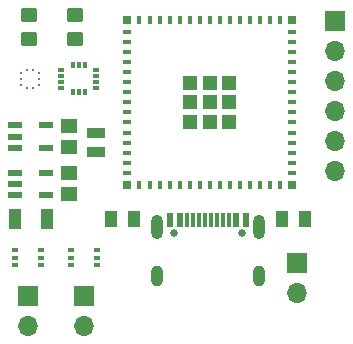
<source format=gbr>
%TF.GenerationSoftware,KiCad,Pcbnew,(7.0.0)*%
%TF.CreationDate,2023-03-11T14:16:37+01:00*%
%TF.ProjectId,AVI_Computer,4156495f-436f-46d7-9075-7465722e6b69,rev?*%
%TF.SameCoordinates,Original*%
%TF.FileFunction,Soldermask,Top*%
%TF.FilePolarity,Negative*%
%FSLAX46Y46*%
G04 Gerber Fmt 4.6, Leading zero omitted, Abs format (unit mm)*
G04 Created by KiCad (PCBNEW (7.0.0)) date 2023-03-11 14:16:37*
%MOMM*%
%LPD*%
G01*
G04 APERTURE LIST*
G04 Aperture macros list*
%AMRoundRect*
0 Rectangle with rounded corners*
0 $1 Rounding radius*
0 $2 $3 $4 $5 $6 $7 $8 $9 X,Y pos of 4 corners*
0 Add a 4 corners polygon primitive as box body*
4,1,4,$2,$3,$4,$5,$6,$7,$8,$9,$2,$3,0*
0 Add four circle primitives for the rounded corners*
1,1,$1+$1,$2,$3*
1,1,$1+$1,$4,$5*
1,1,$1+$1,$6,$7*
1,1,$1+$1,$8,$9*
0 Add four rect primitives between the rounded corners*
20,1,$1+$1,$2,$3,$4,$5,0*
20,1,$1+$1,$4,$5,$6,$7,0*
20,1,$1+$1,$6,$7,$8,$9,0*
20,1,$1+$1,$8,$9,$2,$3,0*%
G04 Aperture macros list end*
%ADD10C,0.650000*%
%ADD11R,0.600000X1.150000*%
%ADD12R,0.300000X1.150000*%
%ADD13O,1.000000X2.100000*%
%ADD14O,1.000000X1.800000*%
%ADD15RoundRect,0.250000X0.450000X-0.350000X0.450000X0.350000X-0.450000X0.350000X-0.450000X-0.350000X0*%
%ADD16R,1.000000X1.400000*%
%ADD17R,1.700000X1.700000*%
%ADD18O,1.700000X1.700000*%
%ADD19R,0.475000X0.450000*%
%ADD20R,1.150000X0.600000*%
%ADD21R,1.450000X1.150000*%
%ADD22R,0.250000X0.275000*%
%ADD23R,0.275000X0.250000*%
%ADD24R,0.550000X0.300000*%
%ADD25R,0.300000X0.550000*%
%ADD26R,1.070000X1.780000*%
%ADD27R,0.800000X0.400000*%
%ADD28R,0.400000X0.800000*%
%ADD29R,1.200000X1.200000*%
%ADD30R,0.800000X0.800000*%
%ADD31R,1.490000X0.960000*%
G04 APERTURE END LIST*
D10*
%TO.C,J1*%
X157860000Y-121645000D03*
X163640000Y-121645000D03*
D11*
X157549999Y-120569999D03*
X158349999Y-120569999D03*
D12*
X159499999Y-120569999D03*
X160499999Y-120569999D03*
X160999999Y-120569999D03*
X161999999Y-120569999D03*
D11*
X163149999Y-120569999D03*
X163949999Y-120569999D03*
X163949999Y-120569999D03*
X163149999Y-120569999D03*
D12*
X162499999Y-120569999D03*
X161499999Y-120569999D03*
X159999999Y-120569999D03*
X158999999Y-120569999D03*
D11*
X158349999Y-120569999D03*
X157549999Y-120569999D03*
D13*
X156429999Y-121144999D03*
D14*
X156429999Y-125324999D03*
D13*
X165069999Y-121144999D03*
D14*
X165069999Y-125324999D03*
%TD*%
D15*
%TO.C,R3*%
X149500000Y-105200000D03*
X149500000Y-103200000D03*
%TD*%
D16*
%TO.C,R2*%
X152549999Y-120499999D03*
X154449999Y-120499999D03*
%TD*%
D17*
%TO.C,J2*%
X171499999Y-103709999D03*
D18*
X171499999Y-106249999D03*
X171499999Y-108789999D03*
X171499999Y-111329999D03*
X171499999Y-113869999D03*
X171499999Y-116409999D03*
%TD*%
D16*
%TO.C,R1*%
X168949999Y-120499999D03*
X167049999Y-120499999D03*
%TD*%
D17*
%TO.C,J3*%
X145499999Y-126974999D03*
D18*
X145499999Y-129514999D03*
%TD*%
D17*
%TO.C,J5*%
X168249999Y-124224999D03*
D18*
X168249999Y-126764999D03*
%TD*%
D19*
%TO.C,Q2*%
X144411999Y-123099999D03*
X144411999Y-123749999D03*
X144411999Y-124399999D03*
X146587999Y-124399999D03*
X146587999Y-123749999D03*
X146587999Y-123099999D03*
%TD*%
D20*
%TO.C,IC3*%
X144449999Y-112546999D03*
X144449999Y-113499999D03*
X144449999Y-114452999D03*
X147049999Y-114452999D03*
X147049999Y-112546999D03*
%TD*%
%TO.C,IC2*%
X144449999Y-116546999D03*
X144449999Y-117499999D03*
X144449999Y-118452999D03*
X147049999Y-118452999D03*
X147049999Y-116546999D03*
%TD*%
D21*
%TO.C,L2*%
X148999999Y-112599999D03*
X148999999Y-114399999D03*
%TD*%
D17*
%TO.C,J4*%
X150249999Y-126974999D03*
D18*
X150249999Y-129514999D03*
%TD*%
D22*
%TO.C,IC4*%
X145899999Y-107886999D03*
X145399999Y-107886999D03*
D23*
X144887999Y-108149999D03*
X144887999Y-108649999D03*
X144887999Y-109149999D03*
D22*
X145399999Y-109412999D03*
X145899999Y-109412999D03*
D23*
X146411999Y-109149999D03*
X146411999Y-108649999D03*
X146411999Y-108149999D03*
%TD*%
D24*
%TO.C,IC5*%
X148299999Y-107849999D03*
X148299999Y-108349999D03*
X148299999Y-108849999D03*
X148299999Y-109349999D03*
D25*
X149299999Y-109749999D03*
X149799999Y-109749999D03*
X150299999Y-109749999D03*
D24*
X151299999Y-109349999D03*
X151299999Y-108849999D03*
X151299999Y-108349999D03*
X151299999Y-107849999D03*
D25*
X150299999Y-107449999D03*
X149799999Y-107449999D03*
X149299999Y-107449999D03*
%TD*%
D26*
%TO.C,C1*%
X144389999Y-120499999D03*
X147109999Y-120499999D03*
%TD*%
D27*
%TO.C,IC1*%
X153899999Y-104654999D03*
X153899999Y-105504999D03*
X153899999Y-106354999D03*
X153899999Y-107204999D03*
X153899999Y-108054999D03*
X153899999Y-108904999D03*
X153899999Y-109754999D03*
X153899999Y-110604999D03*
X153899999Y-111454999D03*
X153899999Y-112304999D03*
X153899999Y-113154999D03*
X153899999Y-114004999D03*
X153899999Y-114854999D03*
X153899999Y-115704999D03*
X153899999Y-116554999D03*
D28*
X154949999Y-117604999D03*
X155799999Y-117604999D03*
X156649999Y-117604999D03*
X157499999Y-117604999D03*
X158349999Y-117604999D03*
X159199999Y-117604999D03*
X160049999Y-117604999D03*
X160899999Y-117604999D03*
X161749999Y-117604999D03*
X162599999Y-117604999D03*
X163449999Y-117604999D03*
X164299999Y-117604999D03*
X165149999Y-117604999D03*
X165999999Y-117604999D03*
X166849999Y-117604999D03*
D27*
X167899999Y-116554999D03*
X167899999Y-115704999D03*
X167899999Y-114854999D03*
X167899999Y-114004999D03*
X167899999Y-113154999D03*
X167899999Y-112304999D03*
X167899999Y-111454999D03*
X167899999Y-110604999D03*
X167899999Y-109754999D03*
X167899999Y-108904999D03*
X167899999Y-108054999D03*
X167899999Y-107204999D03*
X167899999Y-106354999D03*
X167899999Y-105504999D03*
X167899999Y-104654999D03*
D28*
X166849999Y-103604999D03*
X165999999Y-103604999D03*
X165149999Y-103604999D03*
X164299999Y-103604999D03*
X163449999Y-103604999D03*
X162599999Y-103604999D03*
X161749999Y-103604999D03*
X160899999Y-103604999D03*
X160049999Y-103604999D03*
X159199999Y-103604999D03*
X158349999Y-103604999D03*
X157499999Y-103604999D03*
X156649999Y-103604999D03*
X155799999Y-103604999D03*
X154949999Y-103604999D03*
D29*
X160899999Y-110604999D03*
D30*
X153899999Y-103604999D03*
X153899999Y-117604999D03*
X167899999Y-117604999D03*
X167899999Y-103604999D03*
D29*
X159249999Y-108954999D03*
X159249999Y-110604999D03*
X159249999Y-112254999D03*
X160899999Y-112254999D03*
X162549999Y-112254999D03*
X162549999Y-110604999D03*
X162549999Y-108954999D03*
X160899999Y-108954999D03*
%TD*%
D19*
%TO.C,Q1*%
X149161999Y-123099999D03*
X149161999Y-123749999D03*
X149161999Y-124399999D03*
X151337999Y-124399999D03*
X151337999Y-123749999D03*
X151337999Y-123099999D03*
%TD*%
D21*
%TO.C,L1*%
X148999999Y-116599999D03*
X148999999Y-118399999D03*
%TD*%
D31*
%TO.C,C3*%
X151249999Y-114839999D03*
X151249999Y-113159999D03*
%TD*%
D15*
%TO.C,R4*%
X145600000Y-105200000D03*
X145600000Y-103200000D03*
%TD*%
M02*

</source>
